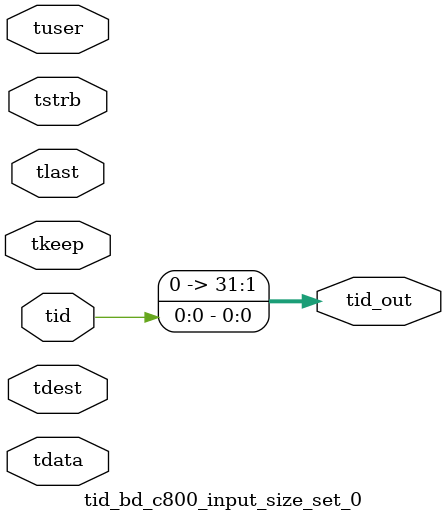
<source format=v>


`timescale 1ps/1ps

module tid_bd_c800_input_size_set_0 #
(
parameter C_S_AXIS_TID_WIDTH   = 1,
parameter C_S_AXIS_TUSER_WIDTH = 0,
parameter C_S_AXIS_TDATA_WIDTH = 0,
parameter C_S_AXIS_TDEST_WIDTH = 0,
parameter C_M_AXIS_TID_WIDTH   = 32
)
(
input  [(C_S_AXIS_TID_WIDTH   == 0 ? 1 : C_S_AXIS_TID_WIDTH)-1:0       ] tid,
input  [(C_S_AXIS_TDATA_WIDTH == 0 ? 1 : C_S_AXIS_TDATA_WIDTH)-1:0     ] tdata,
input  [(C_S_AXIS_TUSER_WIDTH == 0 ? 1 : C_S_AXIS_TUSER_WIDTH)-1:0     ] tuser,
input  [(C_S_AXIS_TDEST_WIDTH == 0 ? 1 : C_S_AXIS_TDEST_WIDTH)-1:0     ] tdest,
input  [(C_S_AXIS_TDATA_WIDTH/8)-1:0 ] tkeep,
input  [(C_S_AXIS_TDATA_WIDTH/8)-1:0 ] tstrb,
input                                                                    tlast,
output [(C_M_AXIS_TID_WIDTH   == 0 ? 1 : C_M_AXIS_TID_WIDTH)-1:0       ] tid_out
);

assign tid_out = {tid[0:0]};

endmodule


</source>
